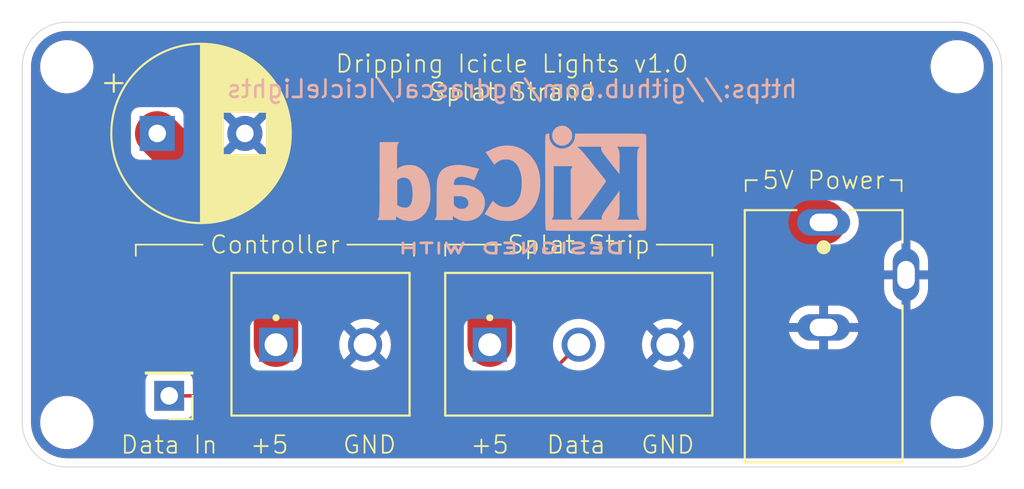
<source format=kicad_pcb>
(kicad_pcb (version 20240108) (generator "pcbnew") (generator_version "8.0")
  (layers (0 "F.Cu" signal) (31 "B.Cu" signal) (34 "B.Paste" user) (35 "F.Paste" user) (36 "B.SilkS" user "B.Silkscreen") (37 "F.SilkS" user "F.Silkscreen") (38 "B.Mask" user) (39 "F.Mask" user) (44 "Edge.Cuts" user))
  (net 0 "")
  (net 1 "/Data")
  (net 2 "+5V")
  (net 3 "GND")
  (footprint "Capacitor_THT:CP_Radial_D10.0mm_P5.00mm" (layer "F.Cu") (at 132.16 95.25)
    (property "Reference" "C1" (hide yes))
    (property "Value" "1000uf" (hide yes))
    (pad "1" thru_hole rect (at 0 0) (size 2 2) (drill 1) (layers "*.Cu" "*.Mask") (net 2 "+5V"))
    (pad "2" thru_hole circle (at 5 0) (size 2 2) (drill 1) (layers "*.Cu" "*.Mask") (net 3 "GND"))
  )
  (footprint "" (layer "F.Cu") (at 127 111.76 90)
    (property "Reference" "" (at -2.54 15.875 90) (layer "F.SilkS") (effects (font (size 1.27 1.27))))
    (property "Value" "")
    (pad "" np_thru_hole circle (at 0 0 90) (size 2.5 2.5) (drill 2.54) (layers "F&B.Cu" "*.Mask"))
  )
  (footprint "MyTerminalBlock:CUI_PJ-102B" (layer "F.Cu") (at 170.18 106.83 -90)
    (property "Reference" "J1" (hide yes))
    (property "Value" "PJ-102B" (hide yes))
    (pad "1" thru_hole oval (at -6.5 0 270) (size 1.508 3.016) (drill oval 1 1.6) (layers "*.Cu" "*.Mask") (net 2 "+5V"))
    (pad "2" thru_hole oval (at -0.5 0 270) (size 1.508 3.016) (drill oval 1 1.6) (layers "*.Cu" "*.Mask") (net 3 "GND"))
    (pad "3" thru_hole oval (at -3.5 -4.7 270) (size 3.016 1.508) (drill oval 1.6 1) (layers "*.Cu" "*.Mask") (net 3 "GND"))
  )
  (footprint "MyTerminalBlock:PHOENIX - TERM BLK 3P SIDE ENT 5.08MM PCB" (layer "F.Cu") (at 148.59 111.365)
    (property "Reference" "J3" (hide yes))
    (property "Value" "Screw_Terminal_01x03" (hide yes))
    (pad "1" thru_hole rect (at 2.54 -4.05) (size 1.95 1.95) (drill 1.3) (layers "*.Cu" "*.Mask") (net 2 "+5V"))
    (pad "2" thru_hole circle (at 7.62 -4.05) (size 1.95 1.95) (drill 1.3) (layers "*.Cu" "*.Mask") (net 1 "/Data"))
    (pad "3" thru_hole circle (at 12.7 -4.05) (size 1.95 1.95) (drill 1.3) (layers "*.Cu" "*.Mask") (net 3 "GND"))
  )
  (footprint "" (layer "F.Cu") (at 127 91.44 90)
    (property "Reference" "" (at 0 0 90) (layer "F.SilkS") (effects (font (size 1.27 1.27))))
    (property "Value" "")
    (pad "" np_thru_hole circle (at 0 0 90) (size 2.5 2.5) (drill 2.54) (layers "F&B.Cu" "*.Mask"))
  )
  (footprint "Connector_PinHeader_2.54mm:PinHeader_1x01_P2.54mm_Vertical" (layer "F.Cu") (at 132.842 110.236 180)
    (property "Reference" "J2" (hide yes))
    (property "Value" "Conn_01x01_Pin" (hide yes))
    (pad "1" thru_hole rect (at 0 0 180) (size 1.7 1.7) (drill 1) (layers "*.Cu" "*.Mask") (net 1 "/Data"))
  )
  (footprint "" (layer "F.Cu") (at 177.8 111.76 90)
    (property "Reference" "" (at 0 0 90) (layer "F.SilkS") (effects (font (size 1.27 1.27))))
    (property "Value" "")
    (pad "" np_thru_hole circle (at 0 0 90) (size 2.5 2.5) (drill 2.54) (layers "F&B.Cu" "*.Mask"))
  )
  (footprint "MyTerminalBlock:PHOENIX - TERM BLK 2P SIDE ENT 5.08MM PCB" (layer "F.Cu") (at 136.397 111.365)
    (property "Reference" "J4" (hide yes))
    (property "Value" "Screw_Terminal_01x02" (hide yes))
    (pad "1" thru_hole rect (at 2.54 -4.05) (size 1.95 1.95) (drill 1.3) (layers "*.Cu" "*.Mask") (net 2 "+5V"))
    (pad "2" thru_hole circle (at 7.62 -4.05) (size 1.95 1.95) (drill 1.3) (layers "*.Cu" "*.Mask") (net 3 "GND"))
  )
  (footprint "" (layer "F.Cu") (at 177.8 91.44 90)
    (property "Reference" "" (at 0 0 90) (layer "F.SilkS") (effects (font (size 1.27 1.27))))
    (property "Value" "")
    (pad "" np_thru_hole circle (at 0 0 90) (size 2.5 2.5) (drill 2.54) (layers "F&B.Cu" "*.Mask"))
  )
  (footprint "Symbol:KiCad-Logo2_6mm_SilkScreen" (layer "B.Cu") (at 152.4 97.79 180)
    (property "Reference" "REF**" (hide yes))
    (property "Value" "KiCad-Logo2_6mm_SilkScreen" (hide yes))
  )
  (gr_line (start 174.625 98.552) (end 174.625 97.917) (stroke (width 0.1)) (layer "F.SilkS"))
  (gr_line (start 148.59 102.235) (end 148.59 101.6) (stroke (width 0.1)) (layer "F.SilkS"))
  (gr_line (start 146.812 101.6) (end 143.002 101.6) (stroke (width 0.1)) (layer "F.SilkS"))
  (gr_line (start 148.59 101.6) (end 151.765 101.6) (stroke (width 0.1)) (layer "F.SilkS"))
  (gr_line (start 174.625 97.917) (end 173.99 97.917) (stroke (width 0.1)) (layer "F.SilkS"))
  (gr_line (start 165.735 97.917) (end 166.37 97.917) (stroke (width 0.1)) (layer "F.SilkS"))
  (gr_line (start 163.83 102.235) (end 163.83 101.6) (stroke (width 0.1)) (layer "F.SilkS"))
  (gr_line (start 146.812 102.235) (end 146.812 101.6) (stroke (width 0.1)) (layer "F.SilkS"))
  (gr_line (start 130.937 101.6) (end 130.937 102.235) (stroke (width 0.1)) (layer "F.SilkS"))
  (gr_line (start 165.735 98.552) (end 165.735 97.917) (stroke (width 0.1)) (layer "F.SilkS"))
  (gr_line (start 130.937 101.6) (end 134.747 101.6) (stroke (width 0.1)) (layer "F.SilkS"))
  (gr_line (start 163.83 101.6) (end 160.655 101.6) (stroke (width 0.1)) (layer "F.SilkS"))
  (gr_arc (start 177.8 88.9) (mid 179.596051 89.643949) (end 180.34 91.44) (stroke (width 0.05)) (layer "Edge.Cuts"))
  (gr_line (start 127 88.9) (end 177.8 88.9) (stroke (width 0.05)) (layer "Edge.Cuts"))
  (gr_arc (start 124.46 91.44) (mid 125.203949 89.643949) (end 127 88.9) (stroke (width 0.05)) (layer "Edge.Cuts"))
  (gr_arc (start 180.34 111.76) (mid 179.596051 113.556051) (end 177.8 114.3) (stroke (width 0.05)) (layer "Edge.Cuts"))
  (gr_arc (start 127 114.3) (mid 125.203949 113.556051) (end 124.46 111.76) (stroke (width 0.05)) (layer "Edge.Cuts"))
  (gr_line (start 124.46 111.76) (end 124.46 91.44) (stroke (width 0.05)) (layer "Edge.Cuts"))
  (gr_line (start 180.34 91.44) (end 180.34 111.76) (stroke (width 0.05)) (layer "Edge.Cuts"))
  (gr_line (start 177.8 114.3) (end 127 114.3) (stroke (width 0.05)) (layer "Edge.Cuts"))
  (gr_text "https://github.com/ngdrascal/IcicleLights" (at 152.4 92.71 0) (layer "B.SilkS") (effects (font (size 1 1)) (justify mirror)))
  (gr_text "+5" (at 138.557 113.03 0) (layer "F.SilkS") (effects (font (size 1 1) (thickness 0.1))))
  (gr_text "Controller" (at 138.8745 101.6 0) (layer "F.SilkS") (effects (font (size 1 1) (thickness 0.1))))
  (gr_text "Data" (at 154.305 113.03 0) (layer "F.SilkS") (effects (font (size 1 1) (thickness 0.1)) (justify left)))
  (gr_text "GND" (at 144.272 113.03 0) (layer "F.SilkS") (effects (font (size 1 1) (thickness 0.1))))
  (gr_text "5V Power" (at 170.18 97.917 0) (layer "F.SilkS") (effects (font (size 1 1) (thickness 0.1))))
  (gr_text "+5" (at 151.13 113.03 0) (layer "F.SilkS") (effects (font (size 1 1) (thickness 0.1))))
  (gr_text "GND" (at 161.29 113.03 0) (layer "F.SilkS") (effects (font (size 1 1) (thickness 0.1))))
  (gr_text "Dripping Icicle Lights v1.0\nSplat Strand" (at 152.4 92.075 0) (layer "F.SilkS") (effects (font (size 1 1) (thickness 0.1))))
  (gr_text "Data In" (at 132.842 113.03 0) (layer "F.SilkS") (effects (font (size 1 1) (thickness 0.1))))
  (gr_text "Splat Strip" (at 156.21 101.6 0) (layer "F.SilkS") (effects (font (size 1 1) (thickness 0.1))))
  (segment (start 156.21 107.315) (end 153.289 110.236) (width 0.2) (layer "F.Cu") (net 1))
  (segment (start 153.289 110.236) (end 132.842 110.236) (width 0.2) (layer "F.Cu") (net 1))
  (segment (start 170.18 100.33) (end 170.815 99.695) (width 0.2) (layer "F.Cu") (net 2))
  (segment (start 138.937 100.331) (end 138.938 100.33) (width 2.54) (layer "F.Cu") (net 2))
  (segment (start 137.24 100.33) (end 132.16 95.25) (width 2.54) (layer "F.Cu") (net 2))
  (segment (start 170.18 100.33) (end 151.13 100.33) (width 2.54) (layer "F.Cu") (net 2))
  (segment (start 151.13 100.33) (end 138.938 100.33) (width 2.54) (layer "F.Cu") (net 2))
  (segment (start 138.938 100.33) (end 137.24 100.33) (width 2.54) (layer "F.Cu") (net 2))
  (segment (start 138.937 107.315) (end 138.937 100.331) (width 2.54) (layer "F.Cu") (net 2))
  (segment (start 151.13 107.315) (end 151.13 100.33) (width 2.54) (layer "F.Cu") (net 2))
  (zone (net 3) (net_name "GND") (layer "F.Cu") (connect_pads (clearance 0.5)) (min_thickness 0.25) (fill yes (thermal_gap 0.5) (thermal_bridge_width 0.5))
    (polygon (pts (xy 123.19 87.63) (xy 181.61 87.63) (xy 181.61 115.57) (xy 123.19 115.57)))
  )
  (zone (net 3) (net_name "GND") (layer "B.Cu") (connect_pads (clearance 0.5)) (min_thickness 0.25) (fill yes (thermal_gap 0.5) (thermal_bridge_width 0.5))
    (polygon (pts (xy 123.19 87.63) (xy 181.61 87.63) (xy 181.61 115.57) (xy 123.19 115.57)))
  )
)
</source>
